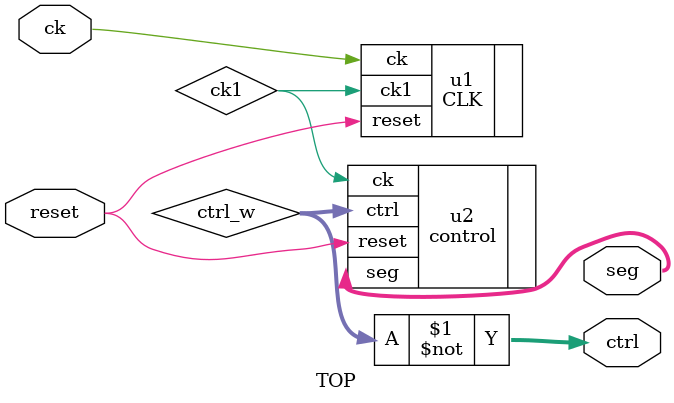
<source format=v>
module TOP(
	input ck,reset,
	output [7:0]seg,
	output [5:0]ctrl
);

wire [5:0]ctrl_w;
wire ck1;

assign ctrl = ~ctrl_w;

CLK u1(
	.ck(ck),
	.reset(reset),
	.ck1(ck1)
);

control u2(
	.ck(ck1),
	.reset(reset),
	.seg(seg),
	.ctrl(ctrl_w)
);

endmodule

</source>
